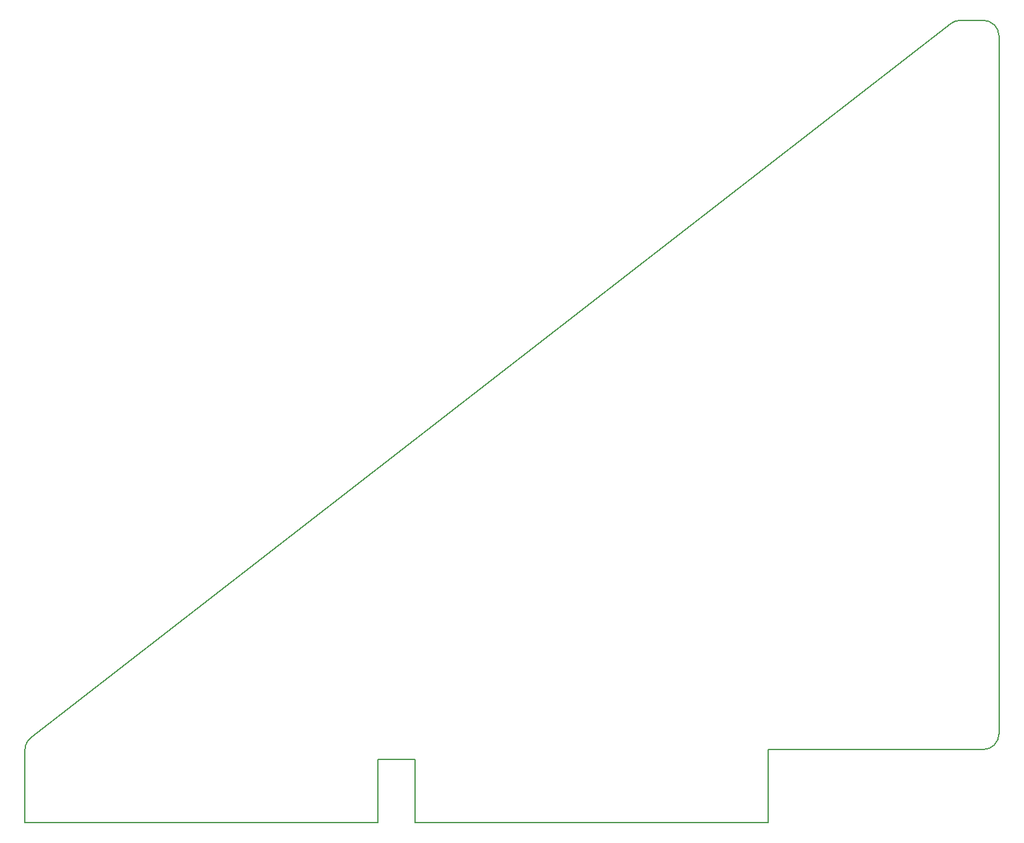
<source format=gbr>
G04 #@! TF.GenerationSoftware,KiCad,Pcbnew,6.99.0-dde629330d~145~ubuntu21.04.1*
G04 #@! TF.CreationDate,2022-01-09T07:55:57+00:00*
G04 #@! TF.ProjectId,videoslotadapter,76696465-6f73-46c6-9f74-616461707465,rev?*
G04 #@! TF.SameCoordinates,Original*
G04 #@! TF.FileFunction,Profile,NP*
%FSLAX46Y46*%
G04 Gerber Fmt 4.6, Leading zero omitted, Abs format (unit mm)*
G04 Created by KiCad (PCBNEW 6.99.0-dde629330d~145~ubuntu21.04.1) date 2022-01-09 07:55:57*
%MOMM*%
%LPD*%
G01*
G04 APERTURE LIST*
G04 #@! TA.AperFunction,Profile*
%ADD10C,0.150000*%
G04 #@! TD*
G04 APERTURE END LIST*
D10*
X212135720Y-107091480D02*
X241515900Y-107091480D01*
X212135720Y-107091480D02*
X212138260Y-117050820D01*
X110543340Y-117050820D02*
X110543340Y-107134660D01*
X158762700Y-117050820D02*
X158762700Y-108404660D01*
X110543340Y-117050820D02*
X158762700Y-117050820D01*
X243675000Y-104932480D02*
X243675000Y-9575000D01*
X158762700Y-108404660D02*
X163885880Y-108404660D01*
X163885880Y-117050820D02*
X212138260Y-117050820D01*
X163885880Y-108404660D02*
X163885880Y-117050820D01*
X241515900Y-107091480D02*
G75*
G03*
X243674900Y-104932480I2J2158998D01*
G01*
X238375000Y-7416000D02*
X241516000Y-7416000D01*
X111477564Y-105400000D02*
X237090340Y-7854674D01*
X238375000Y-7416000D02*
G75*
G03*
X237090340Y-7854674I3J-2100414D01*
G01*
X111477564Y-105400000D02*
G75*
G03*
X110543340Y-107134660I1143335J-1734658D01*
G01*
X243675000Y-9575000D02*
G75*
G03*
X241516000Y-7416000I-2158998J2D01*
G01*
M02*

</source>
